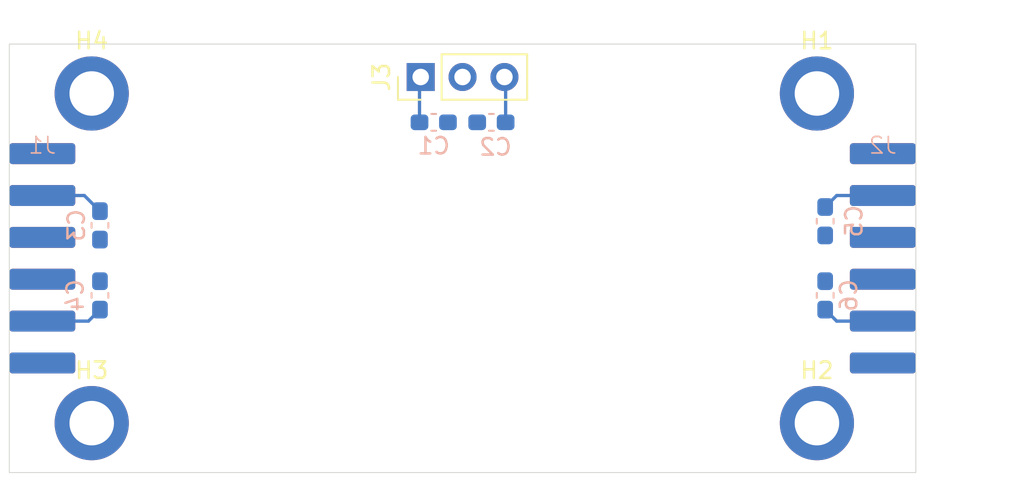
<source format=kicad_pcb>
(kicad_pcb (version 20241229) (generator "pcbnew") (generator_version "9.0")
  (layers (0 "F.Cu" signal) (2 "B.Cu" signal) (13 "F.Paste" user) (15 "B.Paste" user) (5 "F.SilkS" user "F.Silkscreen") (7 "B.SilkS" user "B.Silkscreen") (1 "F.Mask" user) (3 "B.Mask" user) (25 "Edge.Cuts" user))
  (net 0 "")
  (net 1 "GND")
  (net 2 "+3.3V")
  (net 3 "-3V3")
  (net 4 "/in-")
  (net 5 "/in+")
  (net 6 "/out-")
  (net 7 "/out+")
  (footprint "MountingHole:MountingHole_2.7mm_M2.5_ISO14580_Pad" (layer "F.Cu") (at 144 100)
    (property "Reference" "H2" (at 0 -3.2 0) (layer "F.SilkS"))
    (property "Value" "M2.5")
    (pad "1" thru_hole circle (at 0 0) (size 4.5 4.5) (drill 2.7) (layers "*.Cu" "*.Mask") (net 1 "GND"))
  )
  (footprint "MountingHole:MountingHole_2.7mm_M2.5_ISO14580_Pad" (layer "F.Cu") (at 144 80)
    (property "Reference" "H1" (at 0 -3.2 0) (layer "F.SilkS"))
    (property "Value" "M2.5")
    (pad "1" thru_hole circle (at 0 0) (size 4.5 4.5) (drill 2.7) (layers "*.Cu" "*.Mask") (net 1 "GND"))
  )
  (footprint "Connector_PinHeader_2.54mm:PinHeader_1x03_P2.54mm_Vertical" (layer "F.Cu") (at 119.96 79 90)
    (property "Reference" "J3" (at 0 -2.38 90) (layer "F.SilkS"))
    (property "Value" "Conn_01x03")
    (fp_line (start -1.38 -1.38) (end 0 -1.38) (stroke (width 0.12)) (layer "F.SilkS"))
    (fp_line (start -1.38 0) (end -1.38 -1.38) (stroke (width 0.12)) (layer "F.SilkS"))
    (fp_line (start 1.38 1.27) (end 1.38 6.46) (stroke (width 0.12)) (layer "F.SilkS"))
    (fp_line (start -1.38 1.27) (end 1.38 1.27) (stroke (width 0.12)) (layer "F.SilkS"))
    (fp_line (start -1.38 1.27) (end -1.38 6.46) (stroke (width 0.12)) (layer "F.SilkS"))
    (fp_line (start -1.38 6.46) (end 1.38 6.46) (stroke (width 0.12)) (layer "F.SilkS"))
    (pad "1" thru_hole rect (at 0 0 90) (size 1.7 1.7) (drill 1) (layers "*.Cu" "*.Mask") (net 2 "+3.3V"))
    (pad "2" thru_hole circle (at 0 2.54 90) (size 1.7 1.7) (drill 1) (layers "*.Cu" "*.Mask") (net 1 "GND"))
    (pad "3" thru_hole circle (at 0 5.08 90) (size 1.7 1.7) (drill 1) (layers "*.Cu" "*.Mask") (net 3 "-3V3"))
  )
  (footprint "MountingHole:MountingHole_2.7mm_M2.5_ISO14580_Pad" (layer "F.Cu") (at 100 80)
    (property "Reference" "H4" (at 0 -3.2 0) (layer "F.SilkS"))
    (property "Value" "M2.5")
    (pad "1" thru_hole circle (at 0 0) (size 4.5 4.5) (drill 2.7) (layers "*.Cu" "*.Mask") (net 1 "GND"))
  )
  (footprint "MountingHole:MountingHole_2.7mm_M2.5_ISO14580_Pad" (layer "F.Cu") (at 100 100)
    (property "Reference" "H3" (at 0 -3.2 0) (layer "F.SilkS"))
    (property "Value" "M2.5")
    (pad "1" thru_hole circle (at 0 0) (size 4.5 4.5) (drill 2.7) (layers "*.Cu" "*.Mask") (net 1 "GND"))
  )
  (footprint "Capacitor_SMD:C_0603_1608Metric_Pad1.08x0.95mm_HandSolder" (layer "B.Cu") (at 100.5 88 -90)
    (property "Reference" "C3" (at 0 1.43 90) (layer "B.SilkS") (effects (justify mirror)))
    (property "Value" "100nF")
    (fp_line (start -0.146267 0.51) (end 0.146267 0.51) (stroke (width 0.12)) (layer "B.SilkS"))
    (fp_line (start -0.146267 -0.51) (end 0.146267 -0.51) (stroke (width 0.12)) (layer "B.SilkS"))
    (pad "1" smd roundrect (at -0.8625 0 270) (size 1.075 0.95) (layers "B.Cu" "B.Mask" "B.Paste") (net 2 "+3.3V"))
    (pad "2" smd roundrect (at 0.8625 0 270) (size 1.075 0.95) (layers "B.Cu" "B.Mask" "B.Paste") (net 1 "GND"))
  )
  (footprint "Capacitor_SMD:C_0603_1608Metric_Pad1.08x0.95mm_HandSolder" (layer "B.Cu") (at 124.25 81.75 180)
    (property "Reference" "C2" (at -0.25 -1.5 0) (layer "B.SilkS") (effects (justify mirror)))
    (property "Value" "100nF")
    (fp_line (start -0.146267 0.51) (end 0.146267 0.51) (stroke (width 0.12)) (layer "B.SilkS"))
    (fp_line (start -0.146267 -0.51) (end 0.146267 -0.51) (stroke (width 0.12)) (layer "B.SilkS"))
    (pad "1" smd roundrect (at -0.8625 0 180) (size 1.075 0.95) (layers "B.Cu" "B.Mask" "B.Paste") (net 3 "-3V3"))
    (pad "2" smd roundrect (at 0.8625 0 180) (size 1.075 0.95) (layers "B.Cu" "B.Mask" "B.Paste") (net 1 "GND"))
  )
  (footprint "Connector_PinHeader_2.54mm:IDC12_edge" (layer "B.Cu") (at 97 83.65 180)
    (property "Reference" "J1" (at 0 0.5 0) (layer "B.SilkS") (effects (font (thickness 0.1)) (justify mirror)))
    (property "Value" "Conn_02x06_Odd_Even")
    (pad "1" smd roundrect (at 0 0 180) (size 4 1.27) (layers "B.Cu" "B.Mask" "B.Paste") (roundrect_rratio 0.15) (net 1 "GND"))
    (pad "2" smd roundrect (at 0 0 180) (size 4 1.27) (layers "F.Cu" "F.Mask" "F.Paste") (roundrect_rratio 0.15) (net 1 "GND"))
    (pad "3" smd roundrect (at 0 -2.54 180) (size 4 1.27) (layers "B.Cu" "B.Mask" "B.Paste") (roundrect_rratio 0.15) (net 2 "+3.3V"))
    (pad "4" smd roundrect (at 0 -2.54 180) (size 4 1.27) (layers "F.Cu" "F.Mask" "F.Paste") (roundrect_rratio 0.15) (net 5 "/in+"))
    (pad "5" smd roundrect (at 0 -5.08 180) (size 4 1.27) (layers "B.Cu" "B.Mask" "B.Paste") (roundrect_rratio 0.15) (net 1 "GND"))
    (pad "6" smd roundrect (at 0 -5.08 180) (size 4 1.27) (layers "F.Cu" "F.Mask" "F.Paste") (roundrect_rratio 0.15) (net 1 "GND"))
    (pad "7" smd roundrect (at 0 -7.62 180) (size 4 1.27) (layers "B.Cu" "B.Mask" "B.Paste") (roundrect_rratio 0.15) (net 1 "GND"))
    (pad "8" smd roundrect (at 0 -7.62 180) (size 4 1.27) (layers "F.Cu" "F.Mask" "F.Paste") (roundrect_rratio 0.15) (net 1 "GND"))
    (pad "9" smd roundrect (at 0 -10.16 180) (size 4 1.27) (layers "B.Cu" "B.Mask" "B.Paste") (roundrect_rratio 0.15) (net 3 "-3V3"))
    (pad "10" smd roundrect (at 0 -10.16 180) (size 4 1.27) (layers "F.Cu" "F.Mask" "F.Paste") (roundrect_rratio 0.15) (net 4 "/in-"))
    (pad "11" smd roundrect (at 0 -12.7 180) (size 4 1.27) (layers "B.Cu" "B.Mask" "B.Paste") (roundrect_rratio 0.15) (net 1 "GND"))
    (pad "12" smd roundrect (at 0 -12.7 180) (size 4 1.27) (layers "F.Cu" "F.Mask" "F.Paste") (roundrect_rratio 0.15) (net 1 "GND"))
  )
  (footprint "Capacitor_SMD:C_0603_1608Metric_Pad1.08x0.95mm_HandSolder" (layer "B.Cu") (at 100.5 92.25 90)
    (property "Reference" "C4" (at 0 -1.5 90) (layer "B.SilkS") (effects (justify mirror)))
    (property "Value" "100nF")
    (fp_line (start -0.146267 -0.51) (end 0.146267 -0.51) (stroke (width 0.12)) (layer "B.SilkS"))
    (fp_line (start -0.146267 0.51) (end 0.146267 0.51) (stroke (width 0.12)) (layer "B.SilkS"))
    (pad "1" smd roundrect (at -0.8625 0 90) (size 1.075 0.95) (layers "B.Cu" "B.Mask" "B.Paste") (net 3 "-3V3"))
    (pad "2" smd roundrect (at 0.8625 0 90) (size 1.075 0.95) (layers "B.Cu" "B.Mask" "B.Paste") (net 1 "GND"))
  )
  (footprint "Capacitor_SMD:C_0603_1608Metric_Pad1.08x0.95mm_HandSolder" (layer "B.Cu") (at 144.5 92.25 90)
    (property "Reference" "C6" (at 0 1.43 90) (layer "B.SilkS") (effects (justify mirror)))
    (property "Value" "100nF")
    (fp_line (start -0.146267 -0.51) (end 0.146267 -0.51) (stroke (width 0.12)) (layer "B.SilkS"))
    (fp_line (start -0.146267 0.51) (end 0.146267 0.51) (stroke (width 0.12)) (layer "B.SilkS"))
    (pad "1" smd roundrect (at -0.8625 0 90) (size 1.075 0.95) (layers "B.Cu" "B.Mask" "B.Paste") (net 3 "-3V3"))
    (pad "2" smd roundrect (at 0.8625 0 90) (size 1.075 0.95) (layers "B.Cu" "B.Mask" "B.Paste") (net 1 "GND"))
  )
  (footprint "Capacitor_SMD:C_0603_1608Metric_Pad1.08x0.95mm_HandSolder" (layer "B.Cu") (at 120.75 81.75)
    (property "Reference" "C1" (at 0 1.43 0) (layer "B.SilkS") (effects (justify mirror)))
    (property "Value" "100nF")
    (fp_line (start -0.146267 -0.51) (end 0.146267 -0.51) (stroke (width 0.12)) (layer "B.SilkS"))
    (fp_line (start -0.146267 0.51) (end 0.146267 0.51) (stroke (width 0.12)) (layer "B.SilkS"))
    (pad "1" smd roundrect (at -0.8625 0) (size 1.075 0.95) (layers "B.Cu" "B.Mask" "B.Paste") (net 2 "+3.3V"))
    (pad "2" smd roundrect (at 0.8625 0) (size 1.075 0.95) (layers "B.Cu" "B.Mask" "B.Paste") (net 1 "GND"))
  )
  (footprint "Connector_PinHeader_2.54mm:IDC12_edge" (layer "B.Cu") (at 148 83.65 180)
    (property "Reference" "J2" (at 0 0.5 0) (layer "B.SilkS") (effects (font (thickness 0.1)) (justify mirror)))
    (property "Value" "Conn_02x06_Odd_Even")
    (pad "1" smd roundrect (at 0 0 180) (size 4 1.27) (layers "B.Cu" "B.Mask" "B.Paste") (roundrect_rratio 0.15) (net 1 "GND"))
    (pad "2" smd roundrect (at 0 0 180) (size 4 1.27) (layers "F.Cu" "F.Mask" "F.Paste") (roundrect_rratio 0.15) (net 1 "GND"))
    (pad "3" smd roundrect (at 0 -2.54 180) (size 4 1.27) (layers "B.Cu" "B.Mask" "B.Paste") (roundrect_rratio 0.15) (net 2 "+3.3V"))
    (pad "4" smd roundrect (at 0 -2.54 180) (size 4 1.27) (layers "F.Cu" "F.Mask" "F.Paste") (roundrect_rratio 0.15) (net 7 "/out+"))
    (pad "5" smd roundrect (at 0 -5.08 180) (size 4 1.27) (layers "B.Cu" "B.Mask" "B.Paste") (roundrect_rratio 0.15) (net 1 "GND"))
    (pad "6" smd roundrect (at 0 -5.08 180) (size 4 1.27) (layers "F.Cu" "F.Mask" "F.Paste") (roundrect_rratio 0.15) (net 1 "GND"))
    (pad "7" smd roundrect (at 0 -7.62 180) (size 4 1.27) (layers "B.Cu" "B.Mask" "B.Paste") (roundrect_rratio 0.15) (net 1 "GND"))
    (pad "8" smd roundrect (at 0 -7.62 180) (size 4 1.27) (layers "F.Cu" "F.Mask" "F.Paste") (roundrect_rratio 0.15) (net 1 "GND"))
    (pad "9" smd roundrect (at 0 -10.16 180) (size 4 1.27) (layers "B.Cu" "B.Mask" "B.Paste") (roundrect_rratio 0.15) (net 3 "-3V3"))
    (pad "10" smd roundrect (at 0 -10.16 180) (size 4 1.27) (layers "F.Cu" "F.Mask" "F.Paste") (roundrect_rratio 0.15) (net 6 "/out-"))
    (pad "11" smd roundrect (at 0 -12.7 180) (size 4 1.27) (layers "B.Cu" "B.Mask" "B.Paste") (roundrect_rratio 0.15) (net 1 "GND"))
    (pad "12" smd roundrect (at 0 -12.7 180) (size 4 1.27) (layers "F.Cu" "F.Mask" "F.Paste") (roundrect_rratio 0.15) (net 1 "GND"))
  )
  (footprint "Capacitor_SMD:C_0603_1608Metric_Pad1.08x0.95mm_HandSolder" (layer "B.Cu") (at 144.5 87.75 -90)
    (property "Reference" "C5" (at 0 -1.75 90) (layer "B.SilkS") (effects (justify mirror)))
    (property "Value" "100nF")
    (fp_line (start -0.146267 0.51) (end 0.146267 0.51) (stroke (width 0.12)) (layer "B.SilkS"))
    (fp_line (start -0.146267 -0.51) (end 0.146267 -0.51) (stroke (width 0.12)) (layer "B.SilkS"))
    (pad "1" smd roundrect (at -0.8625 0 270) (size 1.075 0.95) (layers "B.Cu" "B.Mask" "B.Paste") (net 2 "+3.3V"))
    (pad "2" smd roundrect (at 0.8625 0 270) (size 1.075 0.95) (layers "B.Cu" "B.Mask" "B.Paste") (net 1 "GND"))
  )
  (gr_rect (start 95 77) (end 150 103) (stroke (width 0.05)) (fill no) (layer "Edge.Cuts"))
  (segment (start 119.96 79.21) (end 120 79.25) (width 0.2) (layer "F.Cu") (net 2))
  (segment (start 145.1975 86.19) (end 144.5 86.8875) (width 0.2) (layer "B.Cu") (net 2))
  (segment (start 148 86.19) (end 145.1975 86.19) (width 0.2) (layer "B.Cu") (net 2))
  (segment (start 119.8875 79.0725) (end 119.96 79) (width 0.2) (layer "B.Cu") (net 2))
  (segment (start 99.5525 86.19) (end 100.5 87.1375) (width 0.2) (layer "B.Cu") (net 2))
  (segment (start 119.8875 81.75) (end 119.8875 79.0725) (width 0.2) (layer "B.Cu") (net 2))
  (segment (start 97 86.19) (end 99.5525 86.19) (width 0.2) (layer "B.Cu") (net 2))
  (segment (start 119.96 81.71) (end 120 81.75) (width 0.2) (layer "B.Cu") (net 2))
  (segment (start 144.5 93.25) (end 144.25 93.25) (width 0.2) (layer "B.Cu") (net 3))
  (segment (start 125.1125 79.0725) (end 125.04 79) (width 0.2) (layer "B.Cu") (net 3))
  (segment (start 145.1975 93.81) (end 144.5 93.1125) (width 0.2) (layer "B.Cu") (net 3))
  (segment (start 148 93.81) (end 145.1975 93.81) (width 0.2) (layer "B.Cu") (net 3))
  (segment (start 97 93.81) (end 99.8025 93.81) (width 0.2) (layer "B.Cu") (net 3))
  (segment (start 125.1125 81.75) (end 125.1125 79.0725) (width 0.2) (layer "B.Cu") (net 3))
  (segment (start 99.8025 93.81) (end 100.5 93.1125) (width 0.2) (layer "B.Cu") (net 3))
)
</source>
